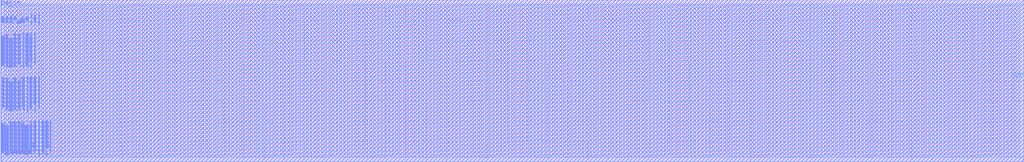
<source format=lef>
VERSION 5.7 ;
BUSBITCHARS "[]" ;
MACRO fakeram130_256x64
  FOREIGN fakeram130_256x64 0 0 ;
  SYMMETRY X Y ;
  SIZE 1010.160 BY 160.480 ;
  CLASS BLOCK ;
  PIN w_mask_in[0]
    DIRECTION INPUT ;
    USE SIGNAL ;
    SHAPE ABUTMENT ;
    PORT
      LAYER met3 ;
      RECT 0.000 4.370 0.460 4.830 ;
    END
  END w_mask_in[0]
  PIN w_mask_in[1]
    DIRECTION INPUT ;
    USE SIGNAL ;
    SHAPE ABUTMENT ;
    PORT
      LAYER met3 ;
      RECT 0.000 4.830 0.460 5.290 ;
    END
  END w_mask_in[1]
  PIN w_mask_in[2]
    DIRECTION INPUT ;
    USE SIGNAL ;
    SHAPE ABUTMENT ;
    PORT
      LAYER met3 ;
      RECT 0.000 5.290 0.460 5.750 ;
    END
  END w_mask_in[2]
  PIN w_mask_in[3]
    DIRECTION INPUT ;
    USE SIGNAL ;
    SHAPE ABUTMENT ;
    PORT
      LAYER met3 ;
      RECT 0.000 5.750 0.460 6.210 ;
    END
  END w_mask_in[3]
  PIN w_mask_in[4]
    DIRECTION INPUT ;
    USE SIGNAL ;
    SHAPE ABUTMENT ;
    PORT
      LAYER met3 ;
      RECT 0.000 6.210 0.460 6.670 ;
    END
  END w_mask_in[4]
  PIN w_mask_in[5]
    DIRECTION INPUT ;
    USE SIGNAL ;
    SHAPE ABUTMENT ;
    PORT
      LAYER met3 ;
      RECT 0.000 6.670 0.460 7.130 ;
    END
  END w_mask_in[5]
  PIN w_mask_in[6]
    DIRECTION INPUT ;
    USE SIGNAL ;
    SHAPE ABUTMENT ;
    PORT
      LAYER met3 ;
      RECT 0.000 7.130 0.460 7.590 ;
    END
  END w_mask_in[6]
  PIN w_mask_in[7]
    DIRECTION INPUT ;
    USE SIGNAL ;
    SHAPE ABUTMENT ;
    PORT
      LAYER met3 ;
      RECT 0.000 7.590 0.460 8.050 ;
    END
  END w_mask_in[7]
  PIN w_mask_in[8]
    DIRECTION INPUT ;
    USE SIGNAL ;
    SHAPE ABUTMENT ;
    PORT
      LAYER met3 ;
      RECT 0.000 8.050 0.460 8.510 ;
    END
  END w_mask_in[8]
  PIN w_mask_in[9]
    DIRECTION INPUT ;
    USE SIGNAL ;
    SHAPE ABUTMENT ;
    PORT
      LAYER met3 ;
      RECT 0.000 8.510 0.460 8.970 ;
    END
  END w_mask_in[9]
  PIN w_mask_in[10]
    DIRECTION INPUT ;
    USE SIGNAL ;
    SHAPE ABUTMENT ;
    PORT
      LAYER met3 ;
      RECT 0.000 8.970 0.460 9.430 ;
    END
  END w_mask_in[10]
  PIN w_mask_in[11]
    DIRECTION INPUT ;
    USE SIGNAL ;
    SHAPE ABUTMENT ;
    PORT
      LAYER met3 ;
      RECT 0.000 9.430 0.460 9.890 ;
    END
  END w_mask_in[11]
  PIN w_mask_in[12]
    DIRECTION INPUT ;
    USE SIGNAL ;
    SHAPE ABUTMENT ;
    PORT
      LAYER met3 ;
      RECT 0.000 9.890 0.460 10.350 ;
    END
  END w_mask_in[12]
  PIN w_mask_in[13]
    DIRECTION INPUT ;
    USE SIGNAL ;
    SHAPE ABUTMENT ;
    PORT
      LAYER met3 ;
      RECT 0.000 10.350 0.460 10.810 ;
    END
  END w_mask_in[13]
  PIN w_mask_in[14]
    DIRECTION INPUT ;
    USE SIGNAL ;
    SHAPE ABUTMENT ;
    PORT
      LAYER met3 ;
      RECT 0.000 10.810 0.460 11.270 ;
    END
  END w_mask_in[14]
  PIN w_mask_in[15]
    DIRECTION INPUT ;
    USE SIGNAL ;
    SHAPE ABUTMENT ;
    PORT
      LAYER met3 ;
      RECT 0.000 11.270 0.460 11.730 ;
    END
  END w_mask_in[15]
  PIN w_mask_in[16]
    DIRECTION INPUT ;
    USE SIGNAL ;
    SHAPE ABUTMENT ;
    PORT
      LAYER met3 ;
      RECT 0.000 11.730 0.460 12.190 ;
    END
  END w_mask_in[16]
  PIN w_mask_in[17]
    DIRECTION INPUT ;
    USE SIGNAL ;
    SHAPE ABUTMENT ;
    PORT
      LAYER met3 ;
      RECT 0.000 12.190 0.460 12.650 ;
    END
  END w_mask_in[17]
  PIN w_mask_in[18]
    DIRECTION INPUT ;
    USE SIGNAL ;
    SHAPE ABUTMENT ;
    PORT
      LAYER met3 ;
      RECT 0.000 12.650 0.460 13.110 ;
    END
  END w_mask_in[18]
  PIN w_mask_in[19]
    DIRECTION INPUT ;
    USE SIGNAL ;
    SHAPE ABUTMENT ;
    PORT
      LAYER met3 ;
      RECT 0.000 13.110 0.460 13.570 ;
    END
  END w_mask_in[19]
  PIN w_mask_in[20]
    DIRECTION INPUT ;
    USE SIGNAL ;
    SHAPE ABUTMENT ;
    PORT
      LAYER met3 ;
      RECT 0.000 13.570 0.460 14.030 ;
    END
  END w_mask_in[20]
  PIN w_mask_in[21]
    DIRECTION INPUT ;
    USE SIGNAL ;
    SHAPE ABUTMENT ;
    PORT
      LAYER met3 ;
      RECT 0.000 14.030 0.460 14.490 ;
    END
  END w_mask_in[21]
  PIN w_mask_in[22]
    DIRECTION INPUT ;
    USE SIGNAL ;
    SHAPE ABUTMENT ;
    PORT
      LAYER met3 ;
      RECT 0.000 14.490 0.460 14.950 ;
    END
  END w_mask_in[22]
  PIN w_mask_in[23]
    DIRECTION INPUT ;
    USE SIGNAL ;
    SHAPE ABUTMENT ;
    PORT
      LAYER met3 ;
      RECT 0.000 14.950 0.460 15.410 ;
    END
  END w_mask_in[23]
  PIN w_mask_in[24]
    DIRECTION INPUT ;
    USE SIGNAL ;
    SHAPE ABUTMENT ;
    PORT
      LAYER met3 ;
      RECT 0.000 15.410 0.460 15.870 ;
    END
  END w_mask_in[24]
  PIN w_mask_in[25]
    DIRECTION INPUT ;
    USE SIGNAL ;
    SHAPE ABUTMENT ;
    PORT
      LAYER met3 ;
      RECT 0.000 15.870 0.460 16.330 ;
    END
  END w_mask_in[25]
  PIN w_mask_in[26]
    DIRECTION INPUT ;
    USE SIGNAL ;
    SHAPE ABUTMENT ;
    PORT
      LAYER met3 ;
      RECT 0.000 16.330 0.460 16.790 ;
    END
  END w_mask_in[26]
  PIN w_mask_in[27]
    DIRECTION INPUT ;
    USE SIGNAL ;
    SHAPE ABUTMENT ;
    PORT
      LAYER met3 ;
      RECT 0.000 16.790 0.460 17.250 ;
    END
  END w_mask_in[27]
  PIN w_mask_in[28]
    DIRECTION INPUT ;
    USE SIGNAL ;
    SHAPE ABUTMENT ;
    PORT
      LAYER met3 ;
      RECT 0.000 17.250 0.460 17.710 ;
    END
  END w_mask_in[28]
  PIN w_mask_in[29]
    DIRECTION INPUT ;
    USE SIGNAL ;
    SHAPE ABUTMENT ;
    PORT
      LAYER met3 ;
      RECT 0.000 17.710 0.460 18.170 ;
    END
  END w_mask_in[29]
  PIN w_mask_in[30]
    DIRECTION INPUT ;
    USE SIGNAL ;
    SHAPE ABUTMENT ;
    PORT
      LAYER met3 ;
      RECT 0.000 18.170 0.460 18.630 ;
    END
  END w_mask_in[30]
  PIN w_mask_in[31]
    DIRECTION INPUT ;
    USE SIGNAL ;
    SHAPE ABUTMENT ;
    PORT
      LAYER met3 ;
      RECT 0.000 18.630 0.460 19.090 ;
    END
  END w_mask_in[31]
  PIN w_mask_in[32]
    DIRECTION INPUT ;
    USE SIGNAL ;
    SHAPE ABUTMENT ;
    PORT
      LAYER met3 ;
      RECT 0.000 19.090 0.460 19.550 ;
    END
  END w_mask_in[32]
  PIN w_mask_in[33]
    DIRECTION INPUT ;
    USE SIGNAL ;
    SHAPE ABUTMENT ;
    PORT
      LAYER met3 ;
      RECT 0.000 19.550 0.460 20.010 ;
    END
  END w_mask_in[33]
  PIN w_mask_in[34]
    DIRECTION INPUT ;
    USE SIGNAL ;
    SHAPE ABUTMENT ;
    PORT
      LAYER met3 ;
      RECT 0.000 20.010 0.460 20.470 ;
    END
  END w_mask_in[34]
  PIN w_mask_in[35]
    DIRECTION INPUT ;
    USE SIGNAL ;
    SHAPE ABUTMENT ;
    PORT
      LAYER met3 ;
      RECT 0.000 20.470 0.460 20.930 ;
    END
  END w_mask_in[35]
  PIN w_mask_in[36]
    DIRECTION INPUT ;
    USE SIGNAL ;
    SHAPE ABUTMENT ;
    PORT
      LAYER met3 ;
      RECT 0.000 20.930 0.460 21.390 ;
    END
  END w_mask_in[36]
  PIN w_mask_in[37]
    DIRECTION INPUT ;
    USE SIGNAL ;
    SHAPE ABUTMENT ;
    PORT
      LAYER met3 ;
      RECT 0.000 21.390 0.460 21.850 ;
    END
  END w_mask_in[37]
  PIN w_mask_in[38]
    DIRECTION INPUT ;
    USE SIGNAL ;
    SHAPE ABUTMENT ;
    PORT
      LAYER met3 ;
      RECT 0.000 21.850 0.460 22.310 ;
    END
  END w_mask_in[38]
  PIN w_mask_in[39]
    DIRECTION INPUT ;
    USE SIGNAL ;
    SHAPE ABUTMENT ;
    PORT
      LAYER met3 ;
      RECT 0.000 22.310 0.460 22.770 ;
    END
  END w_mask_in[39]
  PIN w_mask_in[40]
    DIRECTION INPUT ;
    USE SIGNAL ;
    SHAPE ABUTMENT ;
    PORT
      LAYER met3 ;
      RECT 0.000 22.770 0.460 23.230 ;
    END
  END w_mask_in[40]
  PIN w_mask_in[41]
    DIRECTION INPUT ;
    USE SIGNAL ;
    SHAPE ABUTMENT ;
    PORT
      LAYER met3 ;
      RECT 0.000 23.230 0.460 23.690 ;
    END
  END w_mask_in[41]
  PIN w_mask_in[42]
    DIRECTION INPUT ;
    USE SIGNAL ;
    SHAPE ABUTMENT ;
    PORT
      LAYER met3 ;
      RECT 0.000 23.690 0.460 24.150 ;
    END
  END w_mask_in[42]
  PIN w_mask_in[43]
    DIRECTION INPUT ;
    USE SIGNAL ;
    SHAPE ABUTMENT ;
    PORT
      LAYER met3 ;
      RECT 0.000 24.150 0.460 24.610 ;
    END
  END w_mask_in[43]
  PIN w_mask_in[44]
    DIRECTION INPUT ;
    USE SIGNAL ;
    SHAPE ABUTMENT ;
    PORT
      LAYER met3 ;
      RECT 0.000 24.610 0.460 25.070 ;
    END
  END w_mask_in[44]
  PIN w_mask_in[45]
    DIRECTION INPUT ;
    USE SIGNAL ;
    SHAPE ABUTMENT ;
    PORT
      LAYER met3 ;
      RECT 0.000 25.070 0.460 25.530 ;
    END
  END w_mask_in[45]
  PIN w_mask_in[46]
    DIRECTION INPUT ;
    USE SIGNAL ;
    SHAPE ABUTMENT ;
    PORT
      LAYER met3 ;
      RECT 0.000 25.530 0.460 25.990 ;
    END
  END w_mask_in[46]
  PIN w_mask_in[47]
    DIRECTION INPUT ;
    USE SIGNAL ;
    SHAPE ABUTMENT ;
    PORT
      LAYER met3 ;
      RECT 0.000 25.990 0.460 26.450 ;
    END
  END w_mask_in[47]
  PIN w_mask_in[48]
    DIRECTION INPUT ;
    USE SIGNAL ;
    SHAPE ABUTMENT ;
    PORT
      LAYER met3 ;
      RECT 0.000 26.450 0.460 26.910 ;
    END
  END w_mask_in[48]
  PIN w_mask_in[49]
    DIRECTION INPUT ;
    USE SIGNAL ;
    SHAPE ABUTMENT ;
    PORT
      LAYER met3 ;
      RECT 0.000 26.910 0.460 27.370 ;
    END
  END w_mask_in[49]
  PIN w_mask_in[50]
    DIRECTION INPUT ;
    USE SIGNAL ;
    SHAPE ABUTMENT ;
    PORT
      LAYER met3 ;
      RECT 0.000 27.370 0.460 27.830 ;
    END
  END w_mask_in[50]
  PIN w_mask_in[51]
    DIRECTION INPUT ;
    USE SIGNAL ;
    SHAPE ABUTMENT ;
    PORT
      LAYER met3 ;
      RECT 0.000 27.830 0.460 28.290 ;
    END
  END w_mask_in[51]
  PIN w_mask_in[52]
    DIRECTION INPUT ;
    USE SIGNAL ;
    SHAPE ABUTMENT ;
    PORT
      LAYER met3 ;
      RECT 0.000 28.290 0.460 28.750 ;
    END
  END w_mask_in[52]
  PIN w_mask_in[53]
    DIRECTION INPUT ;
    USE SIGNAL ;
    SHAPE ABUTMENT ;
    PORT
      LAYER met3 ;
      RECT 0.000 28.750 0.460 29.210 ;
    END
  END w_mask_in[53]
  PIN w_mask_in[54]
    DIRECTION INPUT ;
    USE SIGNAL ;
    SHAPE ABUTMENT ;
    PORT
      LAYER met3 ;
      RECT 0.000 29.210 0.460 29.670 ;
    END
  END w_mask_in[54]
  PIN w_mask_in[55]
    DIRECTION INPUT ;
    USE SIGNAL ;
    SHAPE ABUTMENT ;
    PORT
      LAYER met3 ;
      RECT 0.000 29.670 0.460 30.130 ;
    END
  END w_mask_in[55]
  PIN w_mask_in[56]
    DIRECTION INPUT ;
    USE SIGNAL ;
    SHAPE ABUTMENT ;
    PORT
      LAYER met3 ;
      RECT 0.000 30.130 0.460 30.590 ;
    END
  END w_mask_in[56]
  PIN w_mask_in[57]
    DIRECTION INPUT ;
    USE SIGNAL ;
    SHAPE ABUTMENT ;
    PORT
      LAYER met3 ;
      RECT 0.000 30.590 0.460 31.050 ;
    END
  END w_mask_in[57]
  PIN w_mask_in[58]
    DIRECTION INPUT ;
    USE SIGNAL ;
    SHAPE ABUTMENT ;
    PORT
      LAYER met3 ;
      RECT 0.000 31.050 0.460 31.510 ;
    END
  END w_mask_in[58]
  PIN w_mask_in[59]
    DIRECTION INPUT ;
    USE SIGNAL ;
    SHAPE ABUTMENT ;
    PORT
      LAYER met3 ;
      RECT 0.000 31.510 0.460 31.970 ;
    END
  END w_mask_in[59]
  PIN w_mask_in[60]
    DIRECTION INPUT ;
    USE SIGNAL ;
    SHAPE ABUTMENT ;
    PORT
      LAYER met3 ;
      RECT 0.000 31.970 0.460 32.430 ;
    END
  END w_mask_in[60]
  PIN w_mask_in[61]
    DIRECTION INPUT ;
    USE SIGNAL ;
    SHAPE ABUTMENT ;
    PORT
      LAYER met3 ;
      RECT 0.000 32.430 0.460 32.890 ;
    END
  END w_mask_in[61]
  PIN w_mask_in[62]
    DIRECTION INPUT ;
    USE SIGNAL ;
    SHAPE ABUTMENT ;
    PORT
      LAYER met3 ;
      RECT 0.000 32.890 0.460 33.350 ;
    END
  END w_mask_in[62]
  PIN w_mask_in[63]
    DIRECTION INPUT ;
    USE SIGNAL ;
    SHAPE ABUTMENT ;
    PORT
      LAYER met3 ;
      RECT 0.000 33.350 0.460 33.810 ;
    END
  END w_mask_in[63]
  PIN rd_out[0]
    DIRECTION OUTPUT ;
    USE SIGNAL ;
    SHAPE ABUTMENT ;
    PORT
      LAYER met3 ;
      RECT 0.000 47.610 0.460 48.070 ;
    END
  END rd_out[0]
  PIN rd_out[1]
    DIRECTION OUTPUT ;
    USE SIGNAL ;
    SHAPE ABUTMENT ;
    PORT
      LAYER met3 ;
      RECT 0.000 48.070 0.460 48.530 ;
    END
  END rd_out[1]
  PIN rd_out[2]
    DIRECTION OUTPUT ;
    USE SIGNAL ;
    SHAPE ABUTMENT ;
    PORT
      LAYER met3 ;
      RECT 0.000 48.530 0.460 48.990 ;
    END
  END rd_out[2]
  PIN rd_out[3]
    DIRECTION OUTPUT ;
    USE SIGNAL ;
    SHAPE ABUTMENT ;
    PORT
      LAYER met3 ;
      RECT 0.000 48.990 0.460 49.450 ;
    END
  END rd_out[3]
  PIN rd_out[4]
    DIRECTION OUTPUT ;
    USE SIGNAL ;
    SHAPE ABUTMENT ;
    PORT
      LAYER met3 ;
      RECT 0.000 49.450 0.460 49.910 ;
    END
  END rd_out[4]
  PIN rd_out[5]
    DIRECTION OUTPUT ;
    USE SIGNAL ;
    SHAPE ABUTMENT ;
    PORT
      LAYER met3 ;
      RECT 0.000 49.910 0.460 50.370 ;
    END
  END rd_out[5]
  PIN rd_out[6]
    DIRECTION OUTPUT ;
    USE SIGNAL ;
    SHAPE ABUTMENT ;
    PORT
      LAYER met3 ;
      RECT 0.000 50.370 0.460 50.830 ;
    END
  END rd_out[6]
  PIN rd_out[7]
    DIRECTION OUTPUT ;
    USE SIGNAL ;
    SHAPE ABUTMENT ;
    PORT
      LAYER met3 ;
      RECT 0.000 50.830 0.460 51.290 ;
    END
  END rd_out[7]
  PIN rd_out[8]
    DIRECTION OUTPUT ;
    USE SIGNAL ;
    SHAPE ABUTMENT ;
    PORT
      LAYER met3 ;
      RECT 0.000 51.290 0.460 51.750 ;
    END
  END rd_out[8]
  PIN rd_out[9]
    DIRECTION OUTPUT ;
    USE SIGNAL ;
    SHAPE ABUTMENT ;
    PORT
      LAYER met3 ;
      RECT 0.000 51.750 0.460 52.210 ;
    END
  END rd_out[9]
  PIN rd_out[10]
    DIRECTION OUTPUT ;
    USE SIGNAL ;
    SHAPE ABUTMENT ;
    PORT
      LAYER met3 ;
      RECT 0.000 52.210 0.460 52.670 ;
    END
  END rd_out[10]
  PIN rd_out[11]
    DIRECTION OUTPUT ;
    USE SIGNAL ;
    SHAPE ABUTMENT ;
    PORT
      LAYER met3 ;
      RECT 0.000 52.670 0.460 53.130 ;
    END
  END rd_out[11]
  PIN rd_out[12]
    DIRECTION OUTPUT ;
    USE SIGNAL ;
    SHAPE ABUTMENT ;
    PORT
      LAYER met3 ;
      RECT 0.000 53.130 0.460 53.590 ;
    END
  END rd_out[12]
  PIN rd_out[13]
    DIRECTION OUTPUT ;
    USE SIGNAL ;
    SHAPE ABUTMENT ;
    PORT
      LAYER met3 ;
      RECT 0.000 53.590 0.460 54.050 ;
    END
  END rd_out[13]
  PIN rd_out[14]
    DIRECTION OUTPUT ;
    USE SIGNAL ;
    SHAPE ABUTMENT ;
    PORT
      LAYER met3 ;
      RECT 0.000 54.050 0.460 54.510 ;
    END
  END rd_out[14]
  PIN rd_out[15]
    DIRECTION OUTPUT ;
    USE SIGNAL ;
    SHAPE ABUTMENT ;
    PORT
      LAYER met3 ;
      RECT 0.000 54.510 0.460 54.970 ;
    END
  END rd_out[15]
  PIN rd_out[16]
    DIRECTION OUTPUT ;
    USE SIGNAL ;
    SHAPE ABUTMENT ;
    PORT
      LAYER met3 ;
      RECT 0.000 54.970 0.460 55.430 ;
    END
  END rd_out[16]
  PIN rd_out[17]
    DIRECTION OUTPUT ;
    USE SIGNAL ;
    SHAPE ABUTMENT ;
    PORT
      LAYER met3 ;
      RECT 0.000 55.430 0.460 55.890 ;
    END
  END rd_out[17]
  PIN rd_out[18]
    DIRECTION OUTPUT ;
    USE SIGNAL ;
    SHAPE ABUTMENT ;
    PORT
      LAYER met3 ;
      RECT 0.000 55.890 0.460 56.350 ;
    END
  END rd_out[18]
  PIN rd_out[19]
    DIRECTION OUTPUT ;
    USE SIGNAL ;
    SHAPE ABUTMENT ;
    PORT
      LAYER met3 ;
      RECT 0.000 56.350 0.460 56.810 ;
    END
  END rd_out[19]
  PIN rd_out[20]
    DIRECTION OUTPUT ;
    USE SIGNAL ;
    SHAPE ABUTMENT ;
    PORT
      LAYER met3 ;
      RECT 0.000 56.810 0.460 57.270 ;
    END
  END rd_out[20]
  PIN rd_out[21]
    DIRECTION OUTPUT ;
    USE SIGNAL ;
    SHAPE ABUTMENT ;
    PORT
      LAYER met3 ;
      RECT 0.000 57.270 0.460 57.730 ;
    END
  END rd_out[21]
  PIN rd_out[22]
    DIRECTION OUTPUT ;
    USE SIGNAL ;
    SHAPE ABUTMENT ;
    PORT
      LAYER met3 ;
      RECT 0.000 57.730 0.460 58.190 ;
    END
  END rd_out[22]
  PIN rd_out[23]
    DIRECTION OUTPUT ;
    USE SIGNAL ;
    SHAPE ABUTMENT ;
    PORT
      LAYER met3 ;
      RECT 0.000 58.190 0.460 58.650 ;
    END
  END rd_out[23]
  PIN rd_out[24]
    DIRECTION OUTPUT ;
    USE SIGNAL ;
    SHAPE ABUTMENT ;
    PORT
      LAYER met3 ;
      RECT 0.000 58.650 0.460 59.110 ;
    END
  END rd_out[24]
  PIN rd_out[25]
    DIRECTION OUTPUT ;
    USE SIGNAL ;
    SHAPE ABUTMENT ;
    PORT
      LAYER met3 ;
      RECT 0.000 59.110 0.460 59.570 ;
    END
  END rd_out[25]
  PIN rd_out[26]
    DIRECTION OUTPUT ;
    USE SIGNAL ;
    SHAPE ABUTMENT ;
    PORT
      LAYER met3 ;
      RECT 0.000 59.570 0.460 60.030 ;
    END
  END rd_out[26]
  PIN rd_out[27]
    DIRECTION OUTPUT ;
    USE SIGNAL ;
    SHAPE ABUTMENT ;
    PORT
      LAYER met3 ;
      RECT 0.000 60.030 0.460 60.490 ;
    END
  END rd_out[27]
  PIN rd_out[28]
    DIRECTION OUTPUT ;
    USE SIGNAL ;
    SHAPE ABUTMENT ;
    PORT
      LAYER met3 ;
      RECT 0.000 60.490 0.460 60.950 ;
    END
  END rd_out[28]
  PIN rd_out[29]
    DIRECTION OUTPUT ;
    USE SIGNAL ;
    SHAPE ABUTMENT ;
    PORT
      LAYER met3 ;
      RECT 0.000 60.950 0.460 61.410 ;
    END
  END rd_out[29]
  PIN rd_out[30]
    DIRECTION OUTPUT ;
    USE SIGNAL ;
    SHAPE ABUTMENT ;
    PORT
      LAYER met3 ;
      RECT 0.000 61.410 0.460 61.870 ;
    END
  END rd_out[30]
  PIN rd_out[31]
    DIRECTION OUTPUT ;
    USE SIGNAL ;
    SHAPE ABUTMENT ;
    PORT
      LAYER met3 ;
      RECT 0.000 61.870 0.460 62.330 ;
    END
  END rd_out[31]
  PIN rd_out[32]
    DIRECTION OUTPUT ;
    USE SIGNAL ;
    SHAPE ABUTMENT ;
    PORT
      LAYER met3 ;
      RECT 0.000 62.330 0.460 62.790 ;
    END
  END rd_out[32]
  PIN rd_out[33]
    DIRECTION OUTPUT ;
    USE SIGNAL ;
    SHAPE ABUTMENT ;
    PORT
      LAYER met3 ;
      RECT 0.000 62.790 0.460 63.250 ;
    END
  END rd_out[33]
  PIN rd_out[34]
    DIRECTION OUTPUT ;
    USE SIGNAL ;
    SHAPE ABUTMENT ;
    PORT
      LAYER met3 ;
      RECT 0.000 63.250 0.460 63.710 ;
    END
  END rd_out[34]
  PIN rd_out[35]
    DIRECTION OUTPUT ;
    USE SIGNAL ;
    SHAPE ABUTMENT ;
    PORT
      LAYER met3 ;
      RECT 0.000 63.710 0.460 64.170 ;
    END
  END rd_out[35]
  PIN rd_out[36]
    DIRECTION OUTPUT ;
    USE SIGNAL ;
    SHAPE ABUTMENT ;
    PORT
      LAYER met3 ;
      RECT 0.000 64.170 0.460 64.630 ;
    END
  END rd_out[36]
  PIN rd_out[37]
    DIRECTION OUTPUT ;
    USE SIGNAL ;
    SHAPE ABUTMENT ;
    PORT
      LAYER met3 ;
      RECT 0.000 64.630 0.460 65.090 ;
    END
  END rd_out[37]
  PIN rd_out[38]
    DIRECTION OUTPUT ;
    USE SIGNAL ;
    SHAPE ABUTMENT ;
    PORT
      LAYER met3 ;
      RECT 0.000 65.090 0.460 65.550 ;
    END
  END rd_out[38]
  PIN rd_out[39]
    DIRECTION OUTPUT ;
    USE SIGNAL ;
    SHAPE ABUTMENT ;
    PORT
      LAYER met3 ;
      RECT 0.000 65.550 0.460 66.010 ;
    END
  END rd_out[39]
  PIN rd_out[40]
    DIRECTION OUTPUT ;
    USE SIGNAL ;
    SHAPE ABUTMENT ;
    PORT
      LAYER met3 ;
      RECT 0.000 66.010 0.460 66.470 ;
    END
  END rd_out[40]
  PIN rd_out[41]
    DIRECTION OUTPUT ;
    USE SIGNAL ;
    SHAPE ABUTMENT ;
    PORT
      LAYER met3 ;
      RECT 0.000 66.470 0.460 66.930 ;
    END
  END rd_out[41]
  PIN rd_out[42]
    DIRECTION OUTPUT ;
    USE SIGNAL ;
    SHAPE ABUTMENT ;
    PORT
      LAYER met3 ;
      RECT 0.000 66.930 0.460 67.390 ;
    END
  END rd_out[42]
  PIN rd_out[43]
    DIRECTION OUTPUT ;
    USE SIGNAL ;
    SHAPE ABUTMENT ;
    PORT
      LAYER met3 ;
      RECT 0.000 67.390 0.460 67.850 ;
    END
  END rd_out[43]
  PIN rd_out[44]
    DIRECTION OUTPUT ;
    USE SIGNAL ;
    SHAPE ABUTMENT ;
    PORT
      LAYER met3 ;
      RECT 0.000 67.850 0.460 68.310 ;
    END
  END rd_out[44]
  PIN rd_out[45]
    DIRECTION OUTPUT ;
    USE SIGNAL ;
    SHAPE ABUTMENT ;
    PORT
      LAYER met3 ;
      RECT 0.000 68.310 0.460 68.770 ;
    END
  END rd_out[45]
  PIN rd_out[46]
    DIRECTION OUTPUT ;
    USE SIGNAL ;
    SHAPE ABUTMENT ;
    PORT
      LAYER met3 ;
      RECT 0.000 68.770 0.460 69.230 ;
    END
  END rd_out[46]
  PIN rd_out[47]
    DIRECTION OUTPUT ;
    USE SIGNAL ;
    SHAPE ABUTMENT ;
    PORT
      LAYER met3 ;
      RECT 0.000 69.230 0.460 69.690 ;
    END
  END rd_out[47]
  PIN rd_out[48]
    DIRECTION OUTPUT ;
    USE SIGNAL ;
    SHAPE ABUTMENT ;
    PORT
      LAYER met3 ;
      RECT 0.000 69.690 0.460 70.150 ;
    END
  END rd_out[48]
  PIN rd_out[49]
    DIRECTION OUTPUT ;
    USE SIGNAL ;
    SHAPE ABUTMENT ;
    PORT
      LAYER met3 ;
      RECT 0.000 70.150 0.460 70.610 ;
    END
  END rd_out[49]
  PIN rd_out[50]
    DIRECTION OUTPUT ;
    USE SIGNAL ;
    SHAPE ABUTMENT ;
    PORT
      LAYER met3 ;
      RECT 0.000 70.610 0.460 71.070 ;
    END
  END rd_out[50]
  PIN rd_out[51]
    DIRECTION OUTPUT ;
    USE SIGNAL ;
    SHAPE ABUTMENT ;
    PORT
      LAYER met3 ;
      RECT 0.000 71.070 0.460 71.530 ;
    END
  END rd_out[51]
  PIN rd_out[52]
    DIRECTION OUTPUT ;
    USE SIGNAL ;
    SHAPE ABUTMENT ;
    PORT
      LAYER met3 ;
      RECT 0.000 71.530 0.460 71.990 ;
    END
  END rd_out[52]
  PIN rd_out[53]
    DIRECTION OUTPUT ;
    USE SIGNAL ;
    SHAPE ABUTMENT ;
    PORT
      LAYER met3 ;
      RECT 0.000 71.990 0.460 72.450 ;
    END
  END rd_out[53]
  PIN rd_out[54]
    DIRECTION OUTPUT ;
    USE SIGNAL ;
    SHAPE ABUTMENT ;
    PORT
      LAYER met3 ;
      RECT 0.000 72.450 0.460 72.910 ;
    END
  END rd_out[54]
  PIN rd_out[55]
    DIRECTION OUTPUT ;
    USE SIGNAL ;
    SHAPE ABUTMENT ;
    PORT
      LAYER met3 ;
      RECT 0.000 72.910 0.460 73.370 ;
    END
  END rd_out[55]
  PIN rd_out[56]
    DIRECTION OUTPUT ;
    USE SIGNAL ;
    SHAPE ABUTMENT ;
    PORT
      LAYER met3 ;
      RECT 0.000 73.370 0.460 73.830 ;
    END
  END rd_out[56]
  PIN rd_out[57]
    DIRECTION OUTPUT ;
    USE SIGNAL ;
    SHAPE ABUTMENT ;
    PORT
      LAYER met3 ;
      RECT 0.000 73.830 0.460 74.290 ;
    END
  END rd_out[57]
  PIN rd_out[58]
    DIRECTION OUTPUT ;
    USE SIGNAL ;
    SHAPE ABUTMENT ;
    PORT
      LAYER met3 ;
      RECT 0.000 74.290 0.460 74.750 ;
    END
  END rd_out[58]
  PIN rd_out[59]
    DIRECTION OUTPUT ;
    USE SIGNAL ;
    SHAPE ABUTMENT ;
    PORT
      LAYER met3 ;
      RECT 0.000 74.750 0.460 75.210 ;
    END
  END rd_out[59]
  PIN rd_out[60]
    DIRECTION OUTPUT ;
    USE SIGNAL ;
    SHAPE ABUTMENT ;
    PORT
      LAYER met3 ;
      RECT 0.000 75.210 0.460 75.670 ;
    END
  END rd_out[60]
  PIN rd_out[61]
    DIRECTION OUTPUT ;
    USE SIGNAL ;
    SHAPE ABUTMENT ;
    PORT
      LAYER met3 ;
      RECT 0.000 75.670 0.460 76.130 ;
    END
  END rd_out[61]
  PIN rd_out[62]
    DIRECTION OUTPUT ;
    USE SIGNAL ;
    SHAPE ABUTMENT ;
    PORT
      LAYER met3 ;
      RECT 0.000 76.130 0.460 76.590 ;
    END
  END rd_out[62]
  PIN rd_out[63]
    DIRECTION OUTPUT ;
    USE SIGNAL ;
    SHAPE ABUTMENT ;
    PORT
      LAYER met3 ;
      RECT 0.000 76.590 0.460 77.050 ;
    END
  END rd_out[63]
  PIN wd_in[0]
    DIRECTION INPUT ;
    USE SIGNAL ;
    SHAPE ABUTMENT ;
    PORT
      LAYER met3 ;
      RECT 0.000 90.850 0.460 91.310 ;
    END
  END wd_in[0]
  PIN wd_in[1]
    DIRECTION INPUT ;
    USE SIGNAL ;
    SHAPE ABUTMENT ;
    PORT
      LAYER met3 ;
      RECT 0.000 91.310 0.460 91.770 ;
    END
  END wd_in[1]
  PIN wd_in[2]
    DIRECTION INPUT ;
    USE SIGNAL ;
    SHAPE ABUTMENT ;
    PORT
      LAYER met3 ;
      RECT 0.000 91.770 0.460 92.230 ;
    END
  END wd_in[2]
  PIN wd_in[3]
    DIRECTION INPUT ;
    USE SIGNAL ;
    SHAPE ABUTMENT ;
    PORT
      LAYER met3 ;
      RECT 0.000 92.230 0.460 92.690 ;
    END
  END wd_in[3]
  PIN wd_in[4]
    DIRECTION INPUT ;
    USE SIGNAL ;
    SHAPE ABUTMENT ;
    PORT
      LAYER met3 ;
      RECT 0.000 92.690 0.460 93.150 ;
    END
  END wd_in[4]
  PIN wd_in[5]
    DIRECTION INPUT ;
    USE SIGNAL ;
    SHAPE ABUTMENT ;
    PORT
      LAYER met3 ;
      RECT 0.000 93.150 0.460 93.610 ;
    END
  END wd_in[5]
  PIN wd_in[6]
    DIRECTION INPUT ;
    USE SIGNAL ;
    SHAPE ABUTMENT ;
    PORT
      LAYER met3 ;
      RECT 0.000 93.610 0.460 94.070 ;
    END
  END wd_in[6]
  PIN wd_in[7]
    DIRECTION INPUT ;
    USE SIGNAL ;
    SHAPE ABUTMENT ;
    PORT
      LAYER met3 ;
      RECT 0.000 94.070 0.460 94.530 ;
    END
  END wd_in[7]
  PIN wd_in[8]
    DIRECTION INPUT ;
    USE SIGNAL ;
    SHAPE ABUTMENT ;
    PORT
      LAYER met3 ;
      RECT 0.000 94.530 0.460 94.990 ;
    END
  END wd_in[8]
  PIN wd_in[9]
    DIRECTION INPUT ;
    USE SIGNAL ;
    SHAPE ABUTMENT ;
    PORT
      LAYER met3 ;
      RECT 0.000 94.990 0.460 95.450 ;
    END
  END wd_in[9]
  PIN wd_in[10]
    DIRECTION INPUT ;
    USE SIGNAL ;
    SHAPE ABUTMENT ;
    PORT
      LAYER met3 ;
      RECT 0.000 95.450 0.460 95.910 ;
    END
  END wd_in[10]
  PIN wd_in[11]
    DIRECTION INPUT ;
    USE SIGNAL ;
    SHAPE ABUTMENT ;
    PORT
      LAYER met3 ;
      RECT 0.000 95.910 0.460 96.370 ;
    END
  END wd_in[11]
  PIN wd_in[12]
    DIRECTION INPUT ;
    USE SIGNAL ;
    SHAPE ABUTMENT ;
    PORT
      LAYER met3 ;
      RECT 0.000 96.370 0.460 96.830 ;
    END
  END wd_in[12]
  PIN wd_in[13]
    DIRECTION INPUT ;
    USE SIGNAL ;
    SHAPE ABUTMENT ;
    PORT
      LAYER met3 ;
      RECT 0.000 96.830 0.460 97.290 ;
    END
  END wd_in[13]
  PIN wd_in[14]
    DIRECTION INPUT ;
    USE SIGNAL ;
    SHAPE ABUTMENT ;
    PORT
      LAYER met3 ;
      RECT 0.000 97.290 0.460 97.750 ;
    END
  END wd_in[14]
  PIN wd_in[15]
    DIRECTION INPUT ;
    USE SIGNAL ;
    SHAPE ABUTMENT ;
    PORT
      LAYER met3 ;
      RECT 0.000 97.750 0.460 98.210 ;
    END
  END wd_in[15]
  PIN wd_in[16]
    DIRECTION INPUT ;
    USE SIGNAL ;
    SHAPE ABUTMENT ;
    PORT
      LAYER met3 ;
      RECT 0.000 98.210 0.460 98.670 ;
    END
  END wd_in[16]
  PIN wd_in[17]
    DIRECTION INPUT ;
    USE SIGNAL ;
    SHAPE ABUTMENT ;
    PORT
      LAYER met3 ;
      RECT 0.000 98.670 0.460 99.130 ;
    END
  END wd_in[17]
  PIN wd_in[18]
    DIRECTION INPUT ;
    USE SIGNAL ;
    SHAPE ABUTMENT ;
    PORT
      LAYER met3 ;
      RECT 0.000 99.130 0.460 99.590 ;
    END
  END wd_in[18]
  PIN wd_in[19]
    DIRECTION INPUT ;
    USE SIGNAL ;
    SHAPE ABUTMENT ;
    PORT
      LAYER met3 ;
      RECT 0.000 99.590 0.460 100.050 ;
    END
  END wd_in[19]
  PIN wd_in[20]
    DIRECTION INPUT ;
    USE SIGNAL ;
    SHAPE ABUTMENT ;
    PORT
      LAYER met3 ;
      RECT 0.000 100.050 0.460 100.510 ;
    END
  END wd_in[20]
  PIN wd_in[21]
    DIRECTION INPUT ;
    USE SIGNAL ;
    SHAPE ABUTMENT ;
    PORT
      LAYER met3 ;
      RECT 0.000 100.510 0.460 100.970 ;
    END
  END wd_in[21]
  PIN wd_in[22]
    DIRECTION INPUT ;
    USE SIGNAL ;
    SHAPE ABUTMENT ;
    PORT
      LAYER met3 ;
      RECT 0.000 100.970 0.460 101.430 ;
    END
  END wd_in[22]
  PIN wd_in[23]
    DIRECTION INPUT ;
    USE SIGNAL ;
    SHAPE ABUTMENT ;
    PORT
      LAYER met3 ;
      RECT 0.000 101.430 0.460 101.890 ;
    END
  END wd_in[23]
  PIN wd_in[24]
    DIRECTION INPUT ;
    USE SIGNAL ;
    SHAPE ABUTMENT ;
    PORT
      LAYER met3 ;
      RECT 0.000 101.890 0.460 102.350 ;
    END
  END wd_in[24]
  PIN wd_in[25]
    DIRECTION INPUT ;
    USE SIGNAL ;
    SHAPE ABUTMENT ;
    PORT
      LAYER met3 ;
      RECT 0.000 102.350 0.460 102.810 ;
    END
  END wd_in[25]
  PIN wd_in[26]
    DIRECTION INPUT ;
    USE SIGNAL ;
    SHAPE ABUTMENT ;
    PORT
      LAYER met3 ;
      RECT 0.000 102.810 0.460 103.270 ;
    END
  END wd_in[26]
  PIN wd_in[27]
    DIRECTION INPUT ;
    USE SIGNAL ;
    SHAPE ABUTMENT ;
    PORT
      LAYER met3 ;
      RECT 0.000 103.270 0.460 103.730 ;
    END
  END wd_in[27]
  PIN wd_in[28]
    DIRECTION INPUT ;
    USE SIGNAL ;
    SHAPE ABUTMENT ;
    PORT
      LAYER met3 ;
      RECT 0.000 103.730 0.460 104.190 ;
    END
  END wd_in[28]
  PIN wd_in[29]
    DIRECTION INPUT ;
    USE SIGNAL ;
    SHAPE ABUTMENT ;
    PORT
      LAYER met3 ;
      RECT 0.000 104.190 0.460 104.650 ;
    END
  END wd_in[29]
  PIN wd_in[30]
    DIRECTION INPUT ;
    USE SIGNAL ;
    SHAPE ABUTMENT ;
    PORT
      LAYER met3 ;
      RECT 0.000 104.650 0.460 105.110 ;
    END
  END wd_in[30]
  PIN wd_in[31]
    DIRECTION INPUT ;
    USE SIGNAL ;
    SHAPE ABUTMENT ;
    PORT
      LAYER met3 ;
      RECT 0.000 105.110 0.460 105.570 ;
    END
  END wd_in[31]
  PIN wd_in[32]
    DIRECTION INPUT ;
    USE SIGNAL ;
    SHAPE ABUTMENT ;
    PORT
      LAYER met3 ;
      RECT 0.000 105.570 0.460 106.030 ;
    END
  END wd_in[32]
  PIN wd_in[33]
    DIRECTION INPUT ;
    USE SIGNAL ;
    SHAPE ABUTMENT ;
    PORT
      LAYER met3 ;
      RECT 0.000 106.030 0.460 106.490 ;
    END
  END wd_in[33]
  PIN wd_in[34]
    DIRECTION INPUT ;
    USE SIGNAL ;
    SHAPE ABUTMENT ;
    PORT
      LAYER met3 ;
      RECT 0.000 106.490 0.460 106.950 ;
    END
  END wd_in[34]
  PIN wd_in[35]
    DIRECTION INPUT ;
    USE SIGNAL ;
    SHAPE ABUTMENT ;
    PORT
      LAYER met3 ;
      RECT 0.000 106.950 0.460 107.410 ;
    END
  END wd_in[35]
  PIN wd_in[36]
    DIRECTION INPUT ;
    USE SIGNAL ;
    SHAPE ABUTMENT ;
    PORT
      LAYER met3 ;
      RECT 0.000 107.410 0.460 107.870 ;
    END
  END wd_in[36]
  PIN wd_in[37]
    DIRECTION INPUT ;
    USE SIGNAL ;
    SHAPE ABUTMENT ;
    PORT
      LAYER met3 ;
      RECT 0.000 107.870 0.460 108.330 ;
    END
  END wd_in[37]
  PIN wd_in[38]
    DIRECTION INPUT ;
    USE SIGNAL ;
    SHAPE ABUTMENT ;
    PORT
      LAYER met3 ;
      RECT 0.000 108.330 0.460 108.790 ;
    END
  END wd_in[38]
  PIN wd_in[39]
    DIRECTION INPUT ;
    USE SIGNAL ;
    SHAPE ABUTMENT ;
    PORT
      LAYER met3 ;
      RECT 0.000 108.790 0.460 109.250 ;
    END
  END wd_in[39]
  PIN wd_in[40]
    DIRECTION INPUT ;
    USE SIGNAL ;
    SHAPE ABUTMENT ;
    PORT
      LAYER met3 ;
      RECT 0.000 109.250 0.460 109.710 ;
    END
  END wd_in[40]
  PIN wd_in[41]
    DIRECTION INPUT ;
    USE SIGNAL ;
    SHAPE ABUTMENT ;
    PORT
      LAYER met3 ;
      RECT 0.000 109.710 0.460 110.170 ;
    END
  END wd_in[41]
  PIN wd_in[42]
    DIRECTION INPUT ;
    USE SIGNAL ;
    SHAPE ABUTMENT ;
    PORT
      LAYER met3 ;
      RECT 0.000 110.170 0.460 110.630 ;
    END
  END wd_in[42]
  PIN wd_in[43]
    DIRECTION INPUT ;
    USE SIGNAL ;
    SHAPE ABUTMENT ;
    PORT
      LAYER met3 ;
      RECT 0.000 110.630 0.460 111.090 ;
    END
  END wd_in[43]
  PIN wd_in[44]
    DIRECTION INPUT ;
    USE SIGNAL ;
    SHAPE ABUTMENT ;
    PORT
      LAYER met3 ;
      RECT 0.000 111.090 0.460 111.550 ;
    END
  END wd_in[44]
  PIN wd_in[45]
    DIRECTION INPUT ;
    USE SIGNAL ;
    SHAPE ABUTMENT ;
    PORT
      LAYER met3 ;
      RECT 0.000 111.550 0.460 112.010 ;
    END
  END wd_in[45]
  PIN wd_in[46]
    DIRECTION INPUT ;
    USE SIGNAL ;
    SHAPE ABUTMENT ;
    PORT
      LAYER met3 ;
      RECT 0.000 112.010 0.460 112.470 ;
    END
  END wd_in[46]
  PIN wd_in[47]
    DIRECTION INPUT ;
    USE SIGNAL ;
    SHAPE ABUTMENT ;
    PORT
      LAYER met3 ;
      RECT 0.000 112.470 0.460 112.930 ;
    END
  END wd_in[47]
  PIN wd_in[48]
    DIRECTION INPUT ;
    USE SIGNAL ;
    SHAPE ABUTMENT ;
    PORT
      LAYER met3 ;
      RECT 0.000 112.930 0.460 113.390 ;
    END
  END wd_in[48]
  PIN wd_in[49]
    DIRECTION INPUT ;
    USE SIGNAL ;
    SHAPE ABUTMENT ;
    PORT
      LAYER met3 ;
      RECT 0.000 113.390 0.460 113.850 ;
    END
  END wd_in[49]
  PIN wd_in[50]
    DIRECTION INPUT ;
    USE SIGNAL ;
    SHAPE ABUTMENT ;
    PORT
      LAYER met3 ;
      RECT 0.000 113.850 0.460 114.310 ;
    END
  END wd_in[50]
  PIN wd_in[51]
    DIRECTION INPUT ;
    USE SIGNAL ;
    SHAPE ABUTMENT ;
    PORT
      LAYER met3 ;
      RECT 0.000 114.310 0.460 114.770 ;
    END
  END wd_in[51]
  PIN wd_in[52]
    DIRECTION INPUT ;
    USE SIGNAL ;
    SHAPE ABUTMENT ;
    PORT
      LAYER met3 ;
      RECT 0.000 114.770 0.460 115.230 ;
    END
  END wd_in[52]
  PIN wd_in[53]
    DIRECTION INPUT ;
    USE SIGNAL ;
    SHAPE ABUTMENT ;
    PORT
      LAYER met3 ;
      RECT 0.000 115.230 0.460 115.690 ;
    END
  END wd_in[53]
  PIN wd_in[54]
    DIRECTION INPUT ;
    USE SIGNAL ;
    SHAPE ABUTMENT ;
    PORT
      LAYER met3 ;
      RECT 0.000 115.690 0.460 116.150 ;
    END
  END wd_in[54]
  PIN wd_in[55]
    DIRECTION INPUT ;
    USE SIGNAL ;
    SHAPE ABUTMENT ;
    PORT
      LAYER met3 ;
      RECT 0.000 116.150 0.460 116.610 ;
    END
  END wd_in[55]
  PIN wd_in[56]
    DIRECTION INPUT ;
    USE SIGNAL ;
    SHAPE ABUTMENT ;
    PORT
      LAYER met3 ;
      RECT 0.000 116.610 0.460 117.070 ;
    END
  END wd_in[56]
  PIN wd_in[57]
    DIRECTION INPUT ;
    USE SIGNAL ;
    SHAPE ABUTMENT ;
    PORT
      LAYER met3 ;
      RECT 0.000 117.070 0.460 117.530 ;
    END
  END wd_in[57]
  PIN wd_in[58]
    DIRECTION INPUT ;
    USE SIGNAL ;
    SHAPE ABUTMENT ;
    PORT
      LAYER met3 ;
      RECT 0.000 117.530 0.460 117.990 ;
    END
  END wd_in[58]
  PIN wd_in[59]
    DIRECTION INPUT ;
    USE SIGNAL ;
    SHAPE ABUTMENT ;
    PORT
      LAYER met3 ;
      RECT 0.000 117.990 0.460 118.450 ;
    END
  END wd_in[59]
  PIN wd_in[60]
    DIRECTION INPUT ;
    USE SIGNAL ;
    SHAPE ABUTMENT ;
    PORT
      LAYER met3 ;
      RECT 0.000 118.450 0.460 118.910 ;
    END
  END wd_in[60]
  PIN wd_in[61]
    DIRECTION INPUT ;
    USE SIGNAL ;
    SHAPE ABUTMENT ;
    PORT
      LAYER met3 ;
      RECT 0.000 118.910 0.460 119.370 ;
    END
  END wd_in[61]
  PIN wd_in[62]
    DIRECTION INPUT ;
    USE SIGNAL ;
    SHAPE ABUTMENT ;
    PORT
      LAYER met3 ;
      RECT 0.000 119.370 0.460 119.830 ;
    END
  END wd_in[62]
  PIN wd_in[63]
    DIRECTION INPUT ;
    USE SIGNAL ;
    SHAPE ABUTMENT ;
    PORT
      LAYER met3 ;
      RECT 0.000 119.830 0.460 120.290 ;
    END
  END wd_in[63]
  PIN addr_in[0]
    DIRECTION INPUT ;
    USE SIGNAL ;
    SHAPE ABUTMENT ;
    PORT
      LAYER met3 ;
      RECT 0.000 134.090 0.460 134.550 ;
    END
  END addr_in[0]
  PIN addr_in[1]
    DIRECTION INPUT ;
    USE SIGNAL ;
    SHAPE ABUTMENT ;
    PORT
      LAYER met3 ;
      RECT 0.000 134.550 0.460 135.010 ;
    END
  END addr_in[1]
  PIN addr_in[2]
    DIRECTION INPUT ;
    USE SIGNAL ;
    SHAPE ABUTMENT ;
    PORT
      LAYER met3 ;
      RECT 0.000 135.010 0.460 135.470 ;
    END
  END addr_in[2]
  PIN addr_in[3]
    DIRECTION INPUT ;
    USE SIGNAL ;
    SHAPE ABUTMENT ;
    PORT
      LAYER met3 ;
      RECT 0.000 135.470 0.460 135.930 ;
    END
  END addr_in[3]
  PIN addr_in[4]
    DIRECTION INPUT ;
    USE SIGNAL ;
    SHAPE ABUTMENT ;
    PORT
      LAYER met3 ;
      RECT 0.000 135.930 0.460 136.390 ;
    END
  END addr_in[4]
  PIN addr_in[5]
    DIRECTION INPUT ;
    USE SIGNAL ;
    SHAPE ABUTMENT ;
    PORT
      LAYER met3 ;
      RECT 0.000 136.390 0.460 136.850 ;
    END
  END addr_in[5]
  PIN addr_in[6]
    DIRECTION INPUT ;
    USE SIGNAL ;
    SHAPE ABUTMENT ;
    PORT
      LAYER met3 ;
      RECT 0.000 136.850 0.460 137.310 ;
    END
  END addr_in[6]
  PIN addr_in[7]
    DIRECTION INPUT ;
    USE SIGNAL ;
    SHAPE ABUTMENT ;
    PORT
      LAYER met3 ;
      RECT 0.000 137.310 0.460 137.770 ;
    END
  END addr_in[7]
  PIN we_in
    DIRECTION INPUT ;
    USE SIGNAL ;
    SHAPE ABUTMENT ;
    PORT
      LAYER met3 ;
      RECT 0.000 151.570 0.460 152.030 ;
    END
  END we_in
  PIN ce_in
    DIRECTION INPUT ;
    USE SIGNAL ;
    SHAPE ABUTMENT ;
    PORT
      LAYER met3 ;
      RECT 0.000 152.030 0.460 152.490 ;
    END
  END ce_in
  PIN clk
    DIRECTION INPUT ;
    USE SIGNAL ;
    SHAPE ABUTMENT ;
    PORT
      LAYER met3 ;
      RECT 0.000 152.490 0.460 152.950 ;
    END
  END clk
  PIN VSS
    DIRECTION INOUT ;
    USE GROUND ;
    PORT
      LAYER met4 ;
      RECT 3.680 4.600 5.520 155.880 ;
      RECT 11.040 4.600 12.880 155.880 ;
      RECT 18.400 4.600 20.240 155.880 ;
      RECT 25.760 4.600 27.600 155.880 ;
      RECT 33.120 4.600 34.960 155.880 ;
      RECT 40.480 4.600 42.320 155.880 ;
      RECT 47.840 4.600 49.680 155.880 ;
      RECT 55.200 4.600 57.040 155.880 ;
      RECT 62.560 4.600 64.400 155.880 ;
      RECT 69.920 4.600 71.760 155.880 ;
      RECT 77.280 4.600 79.120 155.880 ;
      RECT 84.640 4.600 86.480 155.880 ;
      RECT 92.000 4.600 93.840 155.880 ;
      RECT 99.360 4.600 101.200 155.880 ;
      RECT 106.720 4.600 108.560 155.880 ;
      RECT 114.080 4.600 115.920 155.880 ;
      RECT 121.440 4.600 123.280 155.880 ;
      RECT 128.800 4.600 130.640 155.880 ;
      RECT 136.160 4.600 138.000 155.880 ;
      RECT 143.520 4.600 145.360 155.880 ;
      RECT 150.880 4.600 152.720 155.880 ;
      RECT 158.240 4.600 160.080 155.880 ;
      RECT 165.600 4.600 167.440 155.880 ;
      RECT 172.960 4.600 174.800 155.880 ;
      RECT 180.320 4.600 182.160 155.880 ;
      RECT 187.680 4.600 189.520 155.880 ;
      RECT 195.040 4.600 196.880 155.880 ;
      RECT 202.400 4.600 204.240 155.880 ;
      RECT 209.760 4.600 211.600 155.880 ;
      RECT 217.120 4.600 218.960 155.880 ;
      RECT 224.480 4.600 226.320 155.880 ;
      RECT 231.840 4.600 233.680 155.880 ;
      RECT 239.200 4.600 241.040 155.880 ;
      RECT 246.560 4.600 248.400 155.880 ;
      RECT 253.920 4.600 255.760 155.880 ;
      RECT 261.280 4.600 263.120 155.880 ;
      RECT 268.640 4.600 270.480 155.880 ;
      RECT 276.000 4.600 277.840 155.880 ;
      RECT 283.360 4.600 285.200 155.880 ;
      RECT 290.720 4.600 292.560 155.880 ;
      RECT 298.080 4.600 299.920 155.880 ;
      RECT 305.440 4.600 307.280 155.880 ;
      RECT 312.800 4.600 314.640 155.880 ;
      RECT 320.160 4.600 322.000 155.880 ;
      RECT 327.520 4.600 329.360 155.880 ;
      RECT 334.880 4.600 336.720 155.880 ;
      RECT 342.240 4.600 344.080 155.880 ;
      RECT 349.600 4.600 351.440 155.880 ;
      RECT 356.960 4.600 358.800 155.880 ;
      RECT 364.320 4.600 366.160 155.880 ;
      RECT 371.680 4.600 373.520 155.880 ;
      RECT 379.040 4.600 380.880 155.880 ;
      RECT 386.400 4.600 388.240 155.880 ;
      RECT 393.760 4.600 395.600 155.880 ;
      RECT 401.120 4.600 402.960 155.880 ;
      RECT 408.480 4.600 410.320 155.880 ;
      RECT 415.840 4.600 417.680 155.880 ;
      RECT 423.200 4.600 425.040 155.880 ;
      RECT 430.560 4.600 432.400 155.880 ;
      RECT 437.920 4.600 439.760 155.880 ;
      RECT 445.280 4.600 447.120 155.880 ;
      RECT 452.640 4.600 454.480 155.880 ;
      RECT 460.000 4.600 461.840 155.880 ;
      RECT 467.360 4.600 469.200 155.880 ;
      RECT 474.720 4.600 476.560 155.880 ;
      RECT 482.080 4.600 483.920 155.880 ;
      RECT 489.440 4.600 491.280 155.880 ;
      RECT 496.800 4.600 498.640 155.880 ;
      RECT 504.160 4.600 506.000 155.880 ;
      RECT 511.520 4.600 513.360 155.880 ;
      RECT 518.880 4.600 520.720 155.880 ;
      RECT 526.240 4.600 528.080 155.880 ;
      RECT 533.600 4.600 535.440 155.880 ;
      RECT 540.960 4.600 542.800 155.880 ;
      RECT 548.320 4.600 550.160 155.880 ;
      RECT 555.680 4.600 557.520 155.880 ;
      RECT 563.040 4.600 564.880 155.880 ;
      RECT 570.400 4.600 572.240 155.880 ;
      RECT 577.760 4.600 579.600 155.880 ;
      RECT 585.120 4.600 586.960 155.880 ;
      RECT 592.480 4.600 594.320 155.880 ;
      RECT 599.840 4.600 601.680 155.880 ;
      RECT 607.200 4.600 609.040 155.880 ;
      RECT 614.560 4.600 616.400 155.880 ;
      RECT 621.920 4.600 623.760 155.880 ;
      RECT 629.280 4.600 631.120 155.880 ;
      RECT 636.640 4.600 638.480 155.880 ;
      RECT 644.000 4.600 645.840 155.880 ;
      RECT 651.360 4.600 653.200 155.880 ;
      RECT 658.720 4.600 660.560 155.880 ;
      RECT 666.080 4.600 667.920 155.880 ;
      RECT 673.440 4.600 675.280 155.880 ;
      RECT 680.800 4.600 682.640 155.880 ;
      RECT 688.160 4.600 690.000 155.880 ;
      RECT 695.520 4.600 697.360 155.880 ;
      RECT 702.880 4.600 704.720 155.880 ;
      RECT 710.240 4.600 712.080 155.880 ;
      RECT 717.600 4.600 719.440 155.880 ;
      RECT 724.960 4.600 726.800 155.880 ;
      RECT 732.320 4.600 734.160 155.880 ;
      RECT 739.680 4.600 741.520 155.880 ;
      RECT 747.040 4.600 748.880 155.880 ;
      RECT 754.400 4.600 756.240 155.880 ;
      RECT 761.760 4.600 763.600 155.880 ;
      RECT 769.120 4.600 770.960 155.880 ;
      RECT 776.480 4.600 778.320 155.880 ;
      RECT 783.840 4.600 785.680 155.880 ;
      RECT 791.200 4.600 793.040 155.880 ;
      RECT 798.560 4.600 800.400 155.880 ;
      RECT 805.920 4.600 807.760 155.880 ;
      RECT 813.280 4.600 815.120 155.880 ;
      RECT 820.640 4.600 822.480 155.880 ;
      RECT 828.000 4.600 829.840 155.880 ;
      RECT 835.360 4.600 837.200 155.880 ;
      RECT 842.720 4.600 844.560 155.880 ;
      RECT 850.080 4.600 851.920 155.880 ;
      RECT 857.440 4.600 859.280 155.880 ;
      RECT 864.800 4.600 866.640 155.880 ;
      RECT 872.160 4.600 874.000 155.880 ;
      RECT 879.520 4.600 881.360 155.880 ;
      RECT 886.880 4.600 888.720 155.880 ;
      RECT 894.240 4.600 896.080 155.880 ;
      RECT 901.600 4.600 903.440 155.880 ;
      RECT 908.960 4.600 910.800 155.880 ;
      RECT 916.320 4.600 918.160 155.880 ;
      RECT 923.680 4.600 925.520 155.880 ;
      RECT 931.040 4.600 932.880 155.880 ;
      RECT 938.400 4.600 940.240 155.880 ;
      RECT 945.760 4.600 947.600 155.880 ;
      RECT 953.120 4.600 954.960 155.880 ;
      RECT 960.480 4.600 962.320 155.880 ;
      RECT 967.840 4.600 969.680 155.880 ;
      RECT 975.200 4.600 977.040 155.880 ;
      RECT 982.560 4.600 984.400 155.880 ;
      RECT 989.920 4.600 991.760 155.880 ;
      RECT 997.280 4.600 999.120 155.880 ;
    END
  END VSS
  PIN VDD
    DIRECTION INOUT ;
    USE POWER ;
    PORT
      LAYER met4 ;
      RECT 7.360 4.600 9.200 155.880 ;
      RECT 14.720 4.600 16.560 155.880 ;
      RECT 22.080 4.600 23.920 155.880 ;
      RECT 29.440 4.600 31.280 155.880 ;
      RECT 36.800 4.600 38.640 155.880 ;
      RECT 44.160 4.600 46.000 155.880 ;
      RECT 51.520 4.600 53.360 155.880 ;
      RECT 58.880 4.600 60.720 155.880 ;
      RECT 66.240 4.600 68.080 155.880 ;
      RECT 73.600 4.600 75.440 155.880 ;
      RECT 80.960 4.600 82.800 155.880 ;
      RECT 88.320 4.600 90.160 155.880 ;
      RECT 95.680 4.600 97.520 155.880 ;
      RECT 103.040 4.600 104.880 155.880 ;
      RECT 110.400 4.600 112.240 155.880 ;
      RECT 117.760 4.600 119.600 155.880 ;
      RECT 125.120 4.600 126.960 155.880 ;
      RECT 132.480 4.600 134.320 155.880 ;
      RECT 139.840 4.600 141.680 155.880 ;
      RECT 147.200 4.600 149.040 155.880 ;
      RECT 154.560 4.600 156.400 155.880 ;
      RECT 161.920 4.600 163.760 155.880 ;
      RECT 169.280 4.600 171.120 155.880 ;
      RECT 176.640 4.600 178.480 155.880 ;
      RECT 184.000 4.600 185.840 155.880 ;
      RECT 191.360 4.600 193.200 155.880 ;
      RECT 198.720 4.600 200.560 155.880 ;
      RECT 206.080 4.600 207.920 155.880 ;
      RECT 213.440 4.600 215.280 155.880 ;
      RECT 220.800 4.600 222.640 155.880 ;
      RECT 228.160 4.600 230.000 155.880 ;
      RECT 235.520 4.600 237.360 155.880 ;
      RECT 242.880 4.600 244.720 155.880 ;
      RECT 250.240 4.600 252.080 155.880 ;
      RECT 257.600 4.600 259.440 155.880 ;
      RECT 264.960 4.600 266.800 155.880 ;
      RECT 272.320 4.600 274.160 155.880 ;
      RECT 279.680 4.600 281.520 155.880 ;
      RECT 287.040 4.600 288.880 155.880 ;
      RECT 294.400 4.600 296.240 155.880 ;
      RECT 301.760 4.600 303.600 155.880 ;
      RECT 309.120 4.600 310.960 155.880 ;
      RECT 316.480 4.600 318.320 155.880 ;
      RECT 323.840 4.600 325.680 155.880 ;
      RECT 331.200 4.600 333.040 155.880 ;
      RECT 338.560 4.600 340.400 155.880 ;
      RECT 345.920 4.600 347.760 155.880 ;
      RECT 353.280 4.600 355.120 155.880 ;
      RECT 360.640 4.600 362.480 155.880 ;
      RECT 368.000 4.600 369.840 155.880 ;
      RECT 375.360 4.600 377.200 155.880 ;
      RECT 382.720 4.600 384.560 155.880 ;
      RECT 390.080 4.600 391.920 155.880 ;
      RECT 397.440 4.600 399.280 155.880 ;
      RECT 404.800 4.600 406.640 155.880 ;
      RECT 412.160 4.600 414.000 155.880 ;
      RECT 419.520 4.600 421.360 155.880 ;
      RECT 426.880 4.600 428.720 155.880 ;
      RECT 434.240 4.600 436.080 155.880 ;
      RECT 441.600 4.600 443.440 155.880 ;
      RECT 448.960 4.600 450.800 155.880 ;
      RECT 456.320 4.600 458.160 155.880 ;
      RECT 463.680 4.600 465.520 155.880 ;
      RECT 471.040 4.600 472.880 155.880 ;
      RECT 478.400 4.600 480.240 155.880 ;
      RECT 485.760 4.600 487.600 155.880 ;
      RECT 493.120 4.600 494.960 155.880 ;
      RECT 500.480 4.600 502.320 155.880 ;
      RECT 507.840 4.600 509.680 155.880 ;
      RECT 515.200 4.600 517.040 155.880 ;
      RECT 522.560 4.600 524.400 155.880 ;
      RECT 529.920 4.600 531.760 155.880 ;
      RECT 537.280 4.600 539.120 155.880 ;
      RECT 544.640 4.600 546.480 155.880 ;
      RECT 552.000 4.600 553.840 155.880 ;
      RECT 559.360 4.600 561.200 155.880 ;
      RECT 566.720 4.600 568.560 155.880 ;
      RECT 574.080 4.600 575.920 155.880 ;
      RECT 581.440 4.600 583.280 155.880 ;
      RECT 588.800 4.600 590.640 155.880 ;
      RECT 596.160 4.600 598.000 155.880 ;
      RECT 603.520 4.600 605.360 155.880 ;
      RECT 610.880 4.600 612.720 155.880 ;
      RECT 618.240 4.600 620.080 155.880 ;
      RECT 625.600 4.600 627.440 155.880 ;
      RECT 632.960 4.600 634.800 155.880 ;
      RECT 640.320 4.600 642.160 155.880 ;
      RECT 647.680 4.600 649.520 155.880 ;
      RECT 655.040 4.600 656.880 155.880 ;
      RECT 662.400 4.600 664.240 155.880 ;
      RECT 669.760 4.600 671.600 155.880 ;
      RECT 677.120 4.600 678.960 155.880 ;
      RECT 684.480 4.600 686.320 155.880 ;
      RECT 691.840 4.600 693.680 155.880 ;
      RECT 699.200 4.600 701.040 155.880 ;
      RECT 706.560 4.600 708.400 155.880 ;
      RECT 713.920 4.600 715.760 155.880 ;
      RECT 721.280 4.600 723.120 155.880 ;
      RECT 728.640 4.600 730.480 155.880 ;
      RECT 736.000 4.600 737.840 155.880 ;
      RECT 743.360 4.600 745.200 155.880 ;
      RECT 750.720 4.600 752.560 155.880 ;
      RECT 758.080 4.600 759.920 155.880 ;
      RECT 765.440 4.600 767.280 155.880 ;
      RECT 772.800 4.600 774.640 155.880 ;
      RECT 780.160 4.600 782.000 155.880 ;
      RECT 787.520 4.600 789.360 155.880 ;
      RECT 794.880 4.600 796.720 155.880 ;
      RECT 802.240 4.600 804.080 155.880 ;
      RECT 809.600 4.600 811.440 155.880 ;
      RECT 816.960 4.600 818.800 155.880 ;
      RECT 824.320 4.600 826.160 155.880 ;
      RECT 831.680 4.600 833.520 155.880 ;
      RECT 839.040 4.600 840.880 155.880 ;
      RECT 846.400 4.600 848.240 155.880 ;
      RECT 853.760 4.600 855.600 155.880 ;
      RECT 861.120 4.600 862.960 155.880 ;
      RECT 868.480 4.600 870.320 155.880 ;
      RECT 875.840 4.600 877.680 155.880 ;
      RECT 883.200 4.600 885.040 155.880 ;
      RECT 890.560 4.600 892.400 155.880 ;
      RECT 897.920 4.600 899.760 155.880 ;
      RECT 905.280 4.600 907.120 155.880 ;
      RECT 912.640 4.600 914.480 155.880 ;
      RECT 920.000 4.600 921.840 155.880 ;
      RECT 927.360 4.600 929.200 155.880 ;
      RECT 934.720 4.600 936.560 155.880 ;
      RECT 942.080 4.600 943.920 155.880 ;
      RECT 949.440 4.600 951.280 155.880 ;
      RECT 956.800 4.600 958.640 155.880 ;
      RECT 964.160 4.600 966.000 155.880 ;
      RECT 971.520 4.600 973.360 155.880 ;
      RECT 978.880 4.600 980.720 155.880 ;
      RECT 986.240 4.600 988.080 155.880 ;
      RECT 993.600 4.600 995.440 155.880 ;
      RECT 1000.960 4.600 1002.800 155.880 ;
    END
  END VDD
  OBS
    LAYER met1 ;
    RECT 0 0 1010.160 160.480 ;
    LAYER met2 ;
    RECT 0 0 1010.160 160.480 ;
    LAYER met3 ;
    RECT 0.460 0 1010.160 160.480 ;
    RECT 0 0.000 0.460 4.370 ;
    RECT 0 4.830 0.460 4.830 ;
    RECT 0 5.290 0.460 5.290 ;
    RECT 0 5.750 0.460 5.750 ;
    RECT 0 6.210 0.460 6.210 ;
    RECT 0 6.670 0.460 6.670 ;
    RECT 0 7.130 0.460 7.130 ;
    RECT 0 7.590 0.460 7.590 ;
    RECT 0 8.050 0.460 8.050 ;
    RECT 0 8.510 0.460 8.510 ;
    RECT 0 8.970 0.460 8.970 ;
    RECT 0 9.430 0.460 9.430 ;
    RECT 0 9.890 0.460 9.890 ;
    RECT 0 10.350 0.460 10.350 ;
    RECT 0 10.810 0.460 10.810 ;
    RECT 0 11.270 0.460 11.270 ;
    RECT 0 11.730 0.460 11.730 ;
    RECT 0 12.190 0.460 12.190 ;
    RECT 0 12.650 0.460 12.650 ;
    RECT 0 13.110 0.460 13.110 ;
    RECT 0 13.570 0.460 13.570 ;
    RECT 0 14.030 0.460 14.030 ;
    RECT 0 14.490 0.460 14.490 ;
    RECT 0 14.950 0.460 14.950 ;
    RECT 0 15.410 0.460 15.410 ;
    RECT 0 15.870 0.460 15.870 ;
    RECT 0 16.330 0.460 16.330 ;
    RECT 0 16.790 0.460 16.790 ;
    RECT 0 17.250 0.460 17.250 ;
    RECT 0 17.710 0.460 17.710 ;
    RECT 0 18.170 0.460 18.170 ;
    RECT 0 18.630 0.460 18.630 ;
    RECT 0 19.090 0.460 19.090 ;
    RECT 0 19.550 0.460 19.550 ;
    RECT 0 20.010 0.460 20.010 ;
    RECT 0 20.470 0.460 20.470 ;
    RECT 0 20.930 0.460 20.930 ;
    RECT 0 21.390 0.460 21.390 ;
    RECT 0 21.850 0.460 21.850 ;
    RECT 0 22.310 0.460 22.310 ;
    RECT 0 22.770 0.460 22.770 ;
    RECT 0 23.230 0.460 23.230 ;
    RECT 0 23.690 0.460 23.690 ;
    RECT 0 24.150 0.460 24.150 ;
    RECT 0 24.610 0.460 24.610 ;
    RECT 0 25.070 0.460 25.070 ;
    RECT 0 25.530 0.460 25.530 ;
    RECT 0 25.990 0.460 25.990 ;
    RECT 0 26.450 0.460 26.450 ;
    RECT 0 26.910 0.460 26.910 ;
    RECT 0 27.370 0.460 27.370 ;
    RECT 0 27.830 0.460 27.830 ;
    RECT 0 28.290 0.460 28.290 ;
    RECT 0 28.750 0.460 28.750 ;
    RECT 0 29.210 0.460 29.210 ;
    RECT 0 29.670 0.460 29.670 ;
    RECT 0 30.130 0.460 30.130 ;
    RECT 0 30.590 0.460 30.590 ;
    RECT 0 31.050 0.460 31.050 ;
    RECT 0 31.510 0.460 31.510 ;
    RECT 0 31.970 0.460 31.970 ;
    RECT 0 32.430 0.460 32.430 ;
    RECT 0 32.890 0.460 32.890 ;
    RECT 0 33.350 0.460 33.350 ;
    RECT 0 33.810 0.460 47.610 ;
    RECT 0 48.070 0.460 48.070 ;
    RECT 0 48.530 0.460 48.530 ;
    RECT 0 48.990 0.460 48.990 ;
    RECT 0 49.450 0.460 49.450 ;
    RECT 0 49.910 0.460 49.910 ;
    RECT 0 50.370 0.460 50.370 ;
    RECT 0 50.830 0.460 50.830 ;
    RECT 0 51.290 0.460 51.290 ;
    RECT 0 51.750 0.460 51.750 ;
    RECT 0 52.210 0.460 52.210 ;
    RECT 0 52.670 0.460 52.670 ;
    RECT 0 53.130 0.460 53.130 ;
    RECT 0 53.590 0.460 53.590 ;
    RECT 0 54.050 0.460 54.050 ;
    RECT 0 54.510 0.460 54.510 ;
    RECT 0 54.970 0.460 54.970 ;
    RECT 0 55.430 0.460 55.430 ;
    RECT 0 55.890 0.460 55.890 ;
    RECT 0 56.350 0.460 56.350 ;
    RECT 0 56.810 0.460 56.810 ;
    RECT 0 57.270 0.460 57.270 ;
    RECT 0 57.730 0.460 57.730 ;
    RECT 0 58.190 0.460 58.190 ;
    RECT 0 58.650 0.460 58.650 ;
    RECT 0 59.110 0.460 59.110 ;
    RECT 0 59.570 0.460 59.570 ;
    RECT 0 60.030 0.460 60.030 ;
    RECT 0 60.490 0.460 60.490 ;
    RECT 0 60.950 0.460 60.950 ;
    RECT 0 61.410 0.460 61.410 ;
    RECT 0 61.870 0.460 61.870 ;
    RECT 0 62.330 0.460 62.330 ;
    RECT 0 62.790 0.460 62.790 ;
    RECT 0 63.250 0.460 63.250 ;
    RECT 0 63.710 0.460 63.710 ;
    RECT 0 64.170 0.460 64.170 ;
    RECT 0 64.630 0.460 64.630 ;
    RECT 0 65.090 0.460 65.090 ;
    RECT 0 65.550 0.460 65.550 ;
    RECT 0 66.010 0.460 66.010 ;
    RECT 0 66.470 0.460 66.470 ;
    RECT 0 66.930 0.460 66.930 ;
    RECT 0 67.390 0.460 67.390 ;
    RECT 0 67.850 0.460 67.850 ;
    RECT 0 68.310 0.460 68.310 ;
    RECT 0 68.770 0.460 68.770 ;
    RECT 0 69.230 0.460 69.230 ;
    RECT 0 69.690 0.460 69.690 ;
    RECT 0 70.150 0.460 70.150 ;
    RECT 0 70.610 0.460 70.610 ;
    RECT 0 71.070 0.460 71.070 ;
    RECT 0 71.530 0.460 71.530 ;
    RECT 0 71.990 0.460 71.990 ;
    RECT 0 72.450 0.460 72.450 ;
    RECT 0 72.910 0.460 72.910 ;
    RECT 0 73.370 0.460 73.370 ;
    RECT 0 73.830 0.460 73.830 ;
    RECT 0 74.290 0.460 74.290 ;
    RECT 0 74.750 0.460 74.750 ;
    RECT 0 75.210 0.460 75.210 ;
    RECT 0 75.670 0.460 75.670 ;
    RECT 0 76.130 0.460 76.130 ;
    RECT 0 76.590 0.460 76.590 ;
    RECT 0 77.050 0.460 90.850 ;
    RECT 0 91.310 0.460 91.310 ;
    RECT 0 91.770 0.460 91.770 ;
    RECT 0 92.230 0.460 92.230 ;
    RECT 0 92.690 0.460 92.690 ;
    RECT 0 93.150 0.460 93.150 ;
    RECT 0 93.610 0.460 93.610 ;
    RECT 0 94.070 0.460 94.070 ;
    RECT 0 94.530 0.460 94.530 ;
    RECT 0 94.990 0.460 94.990 ;
    RECT 0 95.450 0.460 95.450 ;
    RECT 0 95.910 0.460 95.910 ;
    RECT 0 96.370 0.460 96.370 ;
    RECT 0 96.830 0.460 96.830 ;
    RECT 0 97.290 0.460 97.290 ;
    RECT 0 97.750 0.460 97.750 ;
    RECT 0 98.210 0.460 98.210 ;
    RECT 0 98.670 0.460 98.670 ;
    RECT 0 99.130 0.460 99.130 ;
    RECT 0 99.590 0.460 99.590 ;
    RECT 0 100.050 0.460 100.050 ;
    RECT 0 100.510 0.460 100.510 ;
    RECT 0 100.970 0.460 100.970 ;
    RECT 0 101.430 0.460 101.430 ;
    RECT 0 101.890 0.460 101.890 ;
    RECT 0 102.350 0.460 102.350 ;
    RECT 0 102.810 0.460 102.810 ;
    RECT 0 103.270 0.460 103.270 ;
    RECT 0 103.730 0.460 103.730 ;
    RECT 0 104.190 0.460 104.190 ;
    RECT 0 104.650 0.460 104.650 ;
    RECT 0 105.110 0.460 105.110 ;
    RECT 0 105.570 0.460 105.570 ;
    RECT 0 106.030 0.460 106.030 ;
    RECT 0 106.490 0.460 106.490 ;
    RECT 0 106.950 0.460 106.950 ;
    RECT 0 107.410 0.460 107.410 ;
    RECT 0 107.870 0.460 107.870 ;
    RECT 0 108.330 0.460 108.330 ;
    RECT 0 108.790 0.460 108.790 ;
    RECT 0 109.250 0.460 109.250 ;
    RECT 0 109.710 0.460 109.710 ;
    RECT 0 110.170 0.460 110.170 ;
    RECT 0 110.630 0.460 110.630 ;
    RECT 0 111.090 0.460 111.090 ;
    RECT 0 111.550 0.460 111.550 ;
    RECT 0 112.010 0.460 112.010 ;
    RECT 0 112.470 0.460 112.470 ;
    RECT 0 112.930 0.460 112.930 ;
    RECT 0 113.390 0.460 113.390 ;
    RECT 0 113.850 0.460 113.850 ;
    RECT 0 114.310 0.460 114.310 ;
    RECT 0 114.770 0.460 114.770 ;
    RECT 0 115.230 0.460 115.230 ;
    RECT 0 115.690 0.460 115.690 ;
    RECT 0 116.150 0.460 116.150 ;
    RECT 0 116.610 0.460 116.610 ;
    RECT 0 117.070 0.460 117.070 ;
    RECT 0 117.530 0.460 117.530 ;
    RECT 0 117.990 0.460 117.990 ;
    RECT 0 118.450 0.460 118.450 ;
    RECT 0 118.910 0.460 118.910 ;
    RECT 0 119.370 0.460 119.370 ;
    RECT 0 119.830 0.460 119.830 ;
    RECT 0 120.290 0.460 134.090 ;
    RECT 0 134.550 0.460 134.550 ;
    RECT 0 135.010 0.460 135.010 ;
    RECT 0 135.470 0.460 135.470 ;
    RECT 0 135.930 0.460 135.930 ;
    RECT 0 136.390 0.460 136.390 ;
    RECT 0 136.850 0.460 136.850 ;
    RECT 0 137.310 0.460 137.310 ;
    RECT 0 137.770 0.460 151.570 ;
    RECT 0 152.030 0.460 152.030 ;
    RECT 0 152.490 0.460 152.490 ;
    RECT 0 152.950 0.460 160.480 ;
    LAYER met4 ;
    RECT 0 0 1010.160 4.600 ;
    RECT 0 155.880 1010.160 160.480 ;
    RECT 0.000 4.600 3.680 155.880 ;
    RECT 5.520 4.600 7.360 155.880 ;
    RECT 9.200 4.600 11.040 155.880 ;
    RECT 12.880 4.600 14.720 155.880 ;
    RECT 16.560 4.600 18.400 155.880 ;
    RECT 20.240 4.600 22.080 155.880 ;
    RECT 23.920 4.600 25.760 155.880 ;
    RECT 27.600 4.600 29.440 155.880 ;
    RECT 31.280 4.600 33.120 155.880 ;
    RECT 34.960 4.600 36.800 155.880 ;
    RECT 38.640 4.600 40.480 155.880 ;
    RECT 42.320 4.600 44.160 155.880 ;
    RECT 46.000 4.600 47.840 155.880 ;
    RECT 49.680 4.600 51.520 155.880 ;
    RECT 53.360 4.600 55.200 155.880 ;
    RECT 57.040 4.600 58.880 155.880 ;
    RECT 60.720 4.600 62.560 155.880 ;
    RECT 64.400 4.600 66.240 155.880 ;
    RECT 68.080 4.600 69.920 155.880 ;
    RECT 71.760 4.600 73.600 155.880 ;
    RECT 75.440 4.600 77.280 155.880 ;
    RECT 79.120 4.600 80.960 155.880 ;
    RECT 82.800 4.600 84.640 155.880 ;
    RECT 86.480 4.600 88.320 155.880 ;
    RECT 90.160 4.600 92.000 155.880 ;
    RECT 93.840 4.600 95.680 155.880 ;
    RECT 97.520 4.600 99.360 155.880 ;
    RECT 101.200 4.600 103.040 155.880 ;
    RECT 104.880 4.600 106.720 155.880 ;
    RECT 108.560 4.600 110.400 155.880 ;
    RECT 112.240 4.600 114.080 155.880 ;
    RECT 115.920 4.600 117.760 155.880 ;
    RECT 119.600 4.600 121.440 155.880 ;
    RECT 123.280 4.600 125.120 155.880 ;
    RECT 126.960 4.600 128.800 155.880 ;
    RECT 130.640 4.600 132.480 155.880 ;
    RECT 134.320 4.600 136.160 155.880 ;
    RECT 138.000 4.600 139.840 155.880 ;
    RECT 141.680 4.600 143.520 155.880 ;
    RECT 145.360 4.600 147.200 155.880 ;
    RECT 149.040 4.600 150.880 155.880 ;
    RECT 152.720 4.600 154.560 155.880 ;
    RECT 156.400 4.600 158.240 155.880 ;
    RECT 160.080 4.600 161.920 155.880 ;
    RECT 163.760 4.600 165.600 155.880 ;
    RECT 167.440 4.600 169.280 155.880 ;
    RECT 171.120 4.600 172.960 155.880 ;
    RECT 174.800 4.600 176.640 155.880 ;
    RECT 178.480 4.600 180.320 155.880 ;
    RECT 182.160 4.600 184.000 155.880 ;
    RECT 185.840 4.600 187.680 155.880 ;
    RECT 189.520 4.600 191.360 155.880 ;
    RECT 193.200 4.600 195.040 155.880 ;
    RECT 196.880 4.600 198.720 155.880 ;
    RECT 200.560 4.600 202.400 155.880 ;
    RECT 204.240 4.600 206.080 155.880 ;
    RECT 207.920 4.600 209.760 155.880 ;
    RECT 211.600 4.600 213.440 155.880 ;
    RECT 215.280 4.600 217.120 155.880 ;
    RECT 218.960 4.600 220.800 155.880 ;
    RECT 222.640 4.600 224.480 155.880 ;
    RECT 226.320 4.600 228.160 155.880 ;
    RECT 230.000 4.600 231.840 155.880 ;
    RECT 233.680 4.600 235.520 155.880 ;
    RECT 237.360 4.600 239.200 155.880 ;
    RECT 241.040 4.600 242.880 155.880 ;
    RECT 244.720 4.600 246.560 155.880 ;
    RECT 248.400 4.600 250.240 155.880 ;
    RECT 252.080 4.600 253.920 155.880 ;
    RECT 255.760 4.600 257.600 155.880 ;
    RECT 259.440 4.600 261.280 155.880 ;
    RECT 263.120 4.600 264.960 155.880 ;
    RECT 266.800 4.600 268.640 155.880 ;
    RECT 270.480 4.600 272.320 155.880 ;
    RECT 274.160 4.600 276.000 155.880 ;
    RECT 277.840 4.600 279.680 155.880 ;
    RECT 281.520 4.600 283.360 155.880 ;
    RECT 285.200 4.600 287.040 155.880 ;
    RECT 288.880 4.600 290.720 155.880 ;
    RECT 292.560 4.600 294.400 155.880 ;
    RECT 296.240 4.600 298.080 155.880 ;
    RECT 299.920 4.600 301.760 155.880 ;
    RECT 303.600 4.600 305.440 155.880 ;
    RECT 307.280 4.600 309.120 155.880 ;
    RECT 310.960 4.600 312.800 155.880 ;
    RECT 314.640 4.600 316.480 155.880 ;
    RECT 318.320 4.600 320.160 155.880 ;
    RECT 322.000 4.600 323.840 155.880 ;
    RECT 325.680 4.600 327.520 155.880 ;
    RECT 329.360 4.600 331.200 155.880 ;
    RECT 333.040 4.600 334.880 155.880 ;
    RECT 336.720 4.600 338.560 155.880 ;
    RECT 340.400 4.600 342.240 155.880 ;
    RECT 344.080 4.600 345.920 155.880 ;
    RECT 347.760 4.600 349.600 155.880 ;
    RECT 351.440 4.600 353.280 155.880 ;
    RECT 355.120 4.600 356.960 155.880 ;
    RECT 358.800 4.600 360.640 155.880 ;
    RECT 362.480 4.600 364.320 155.880 ;
    RECT 366.160 4.600 368.000 155.880 ;
    RECT 369.840 4.600 371.680 155.880 ;
    RECT 373.520 4.600 375.360 155.880 ;
    RECT 377.200 4.600 379.040 155.880 ;
    RECT 380.880 4.600 382.720 155.880 ;
    RECT 384.560 4.600 386.400 155.880 ;
    RECT 388.240 4.600 390.080 155.880 ;
    RECT 391.920 4.600 393.760 155.880 ;
    RECT 395.600 4.600 397.440 155.880 ;
    RECT 399.280 4.600 401.120 155.880 ;
    RECT 402.960 4.600 404.800 155.880 ;
    RECT 406.640 4.600 408.480 155.880 ;
    RECT 410.320 4.600 412.160 155.880 ;
    RECT 414.000 4.600 415.840 155.880 ;
    RECT 417.680 4.600 419.520 155.880 ;
    RECT 421.360 4.600 423.200 155.880 ;
    RECT 425.040 4.600 426.880 155.880 ;
    RECT 428.720 4.600 430.560 155.880 ;
    RECT 432.400 4.600 434.240 155.880 ;
    RECT 436.080 4.600 437.920 155.880 ;
    RECT 439.760 4.600 441.600 155.880 ;
    RECT 443.440 4.600 445.280 155.880 ;
    RECT 447.120 4.600 448.960 155.880 ;
    RECT 450.800 4.600 452.640 155.880 ;
    RECT 454.480 4.600 456.320 155.880 ;
    RECT 458.160 4.600 460.000 155.880 ;
    RECT 461.840 4.600 463.680 155.880 ;
    RECT 465.520 4.600 467.360 155.880 ;
    RECT 469.200 4.600 471.040 155.880 ;
    RECT 472.880 4.600 474.720 155.880 ;
    RECT 476.560 4.600 478.400 155.880 ;
    RECT 480.240 4.600 482.080 155.880 ;
    RECT 483.920 4.600 485.760 155.880 ;
    RECT 487.600 4.600 489.440 155.880 ;
    RECT 491.280 4.600 493.120 155.880 ;
    RECT 494.960 4.600 496.800 155.880 ;
    RECT 498.640 4.600 500.480 155.880 ;
    RECT 502.320 4.600 504.160 155.880 ;
    RECT 506.000 4.600 507.840 155.880 ;
    RECT 509.680 4.600 511.520 155.880 ;
    RECT 513.360 4.600 515.200 155.880 ;
    RECT 517.040 4.600 518.880 155.880 ;
    RECT 520.720 4.600 522.560 155.880 ;
    RECT 524.400 4.600 526.240 155.880 ;
    RECT 528.080 4.600 529.920 155.880 ;
    RECT 531.760 4.600 533.600 155.880 ;
    RECT 535.440 4.600 537.280 155.880 ;
    RECT 539.120 4.600 540.960 155.880 ;
    RECT 542.800 4.600 544.640 155.880 ;
    RECT 546.480 4.600 548.320 155.880 ;
    RECT 550.160 4.600 552.000 155.880 ;
    RECT 553.840 4.600 555.680 155.880 ;
    RECT 557.520 4.600 559.360 155.880 ;
    RECT 561.200 4.600 563.040 155.880 ;
    RECT 564.880 4.600 566.720 155.880 ;
    RECT 568.560 4.600 570.400 155.880 ;
    RECT 572.240 4.600 574.080 155.880 ;
    RECT 575.920 4.600 577.760 155.880 ;
    RECT 579.600 4.600 581.440 155.880 ;
    RECT 583.280 4.600 585.120 155.880 ;
    RECT 586.960 4.600 588.800 155.880 ;
    RECT 590.640 4.600 592.480 155.880 ;
    RECT 594.320 4.600 596.160 155.880 ;
    RECT 598.000 4.600 599.840 155.880 ;
    RECT 601.680 4.600 603.520 155.880 ;
    RECT 605.360 4.600 607.200 155.880 ;
    RECT 609.040 4.600 610.880 155.880 ;
    RECT 612.720 4.600 614.560 155.880 ;
    RECT 616.400 4.600 618.240 155.880 ;
    RECT 620.080 4.600 621.920 155.880 ;
    RECT 623.760 4.600 625.600 155.880 ;
    RECT 627.440 4.600 629.280 155.880 ;
    RECT 631.120 4.600 632.960 155.880 ;
    RECT 634.800 4.600 636.640 155.880 ;
    RECT 638.480 4.600 640.320 155.880 ;
    RECT 642.160 4.600 644.000 155.880 ;
    RECT 645.840 4.600 647.680 155.880 ;
    RECT 649.520 4.600 651.360 155.880 ;
    RECT 653.200 4.600 655.040 155.880 ;
    RECT 656.880 4.600 658.720 155.880 ;
    RECT 660.560 4.600 662.400 155.880 ;
    RECT 664.240 4.600 666.080 155.880 ;
    RECT 667.920 4.600 669.760 155.880 ;
    RECT 671.600 4.600 673.440 155.880 ;
    RECT 675.280 4.600 677.120 155.880 ;
    RECT 678.960 4.600 680.800 155.880 ;
    RECT 682.640 4.600 684.480 155.880 ;
    RECT 686.320 4.600 688.160 155.880 ;
    RECT 690.000 4.600 691.840 155.880 ;
    RECT 693.680 4.600 695.520 155.880 ;
    RECT 697.360 4.600 699.200 155.880 ;
    RECT 701.040 4.600 702.880 155.880 ;
    RECT 704.720 4.600 706.560 155.880 ;
    RECT 708.400 4.600 710.240 155.880 ;
    RECT 712.080 4.600 713.920 155.880 ;
    RECT 715.760 4.600 717.600 155.880 ;
    RECT 719.440 4.600 721.280 155.880 ;
    RECT 723.120 4.600 724.960 155.880 ;
    RECT 726.800 4.600 728.640 155.880 ;
    RECT 730.480 4.600 732.320 155.880 ;
    RECT 734.160 4.600 736.000 155.880 ;
    RECT 737.840 4.600 739.680 155.880 ;
    RECT 741.520 4.600 743.360 155.880 ;
    RECT 745.200 4.600 747.040 155.880 ;
    RECT 748.880 4.600 750.720 155.880 ;
    RECT 752.560 4.600 754.400 155.880 ;
    RECT 756.240 4.600 758.080 155.880 ;
    RECT 759.920 4.600 761.760 155.880 ;
    RECT 763.600 4.600 765.440 155.880 ;
    RECT 767.280 4.600 769.120 155.880 ;
    RECT 770.960 4.600 772.800 155.880 ;
    RECT 774.640 4.600 776.480 155.880 ;
    RECT 778.320 4.600 780.160 155.880 ;
    RECT 782.000 4.600 783.840 155.880 ;
    RECT 785.680 4.600 787.520 155.880 ;
    RECT 789.360 4.600 791.200 155.880 ;
    RECT 793.040 4.600 794.880 155.880 ;
    RECT 796.720 4.600 798.560 155.880 ;
    RECT 800.400 4.600 802.240 155.880 ;
    RECT 804.080 4.600 805.920 155.880 ;
    RECT 807.760 4.600 809.600 155.880 ;
    RECT 811.440 4.600 813.280 155.880 ;
    RECT 815.120 4.600 816.960 155.880 ;
    RECT 818.800 4.600 820.640 155.880 ;
    RECT 822.480 4.600 824.320 155.880 ;
    RECT 826.160 4.600 828.000 155.880 ;
    RECT 829.840 4.600 831.680 155.880 ;
    RECT 833.520 4.600 835.360 155.880 ;
    RECT 837.200 4.600 839.040 155.880 ;
    RECT 840.880 4.600 842.720 155.880 ;
    RECT 844.560 4.600 846.400 155.880 ;
    RECT 848.240 4.600 850.080 155.880 ;
    RECT 851.920 4.600 853.760 155.880 ;
    RECT 855.600 4.600 857.440 155.880 ;
    RECT 859.280 4.600 861.120 155.880 ;
    RECT 862.960 4.600 864.800 155.880 ;
    RECT 866.640 4.600 868.480 155.880 ;
    RECT 870.320 4.600 872.160 155.880 ;
    RECT 874.000 4.600 875.840 155.880 ;
    RECT 877.680 4.600 879.520 155.880 ;
    RECT 881.360 4.600 883.200 155.880 ;
    RECT 885.040 4.600 886.880 155.880 ;
    RECT 888.720 4.600 890.560 155.880 ;
    RECT 892.400 4.600 894.240 155.880 ;
    RECT 896.080 4.600 897.920 155.880 ;
    RECT 899.760 4.600 901.600 155.880 ;
    RECT 903.440 4.600 905.280 155.880 ;
    RECT 907.120 4.600 908.960 155.880 ;
    RECT 910.800 4.600 912.640 155.880 ;
    RECT 914.480 4.600 916.320 155.880 ;
    RECT 918.160 4.600 920.000 155.880 ;
    RECT 921.840 4.600 923.680 155.880 ;
    RECT 925.520 4.600 927.360 155.880 ;
    RECT 929.200 4.600 931.040 155.880 ;
    RECT 932.880 4.600 934.720 155.880 ;
    RECT 936.560 4.600 938.400 155.880 ;
    RECT 940.240 4.600 942.080 155.880 ;
    RECT 943.920 4.600 945.760 155.880 ;
    RECT 947.600 4.600 949.440 155.880 ;
    RECT 951.280 4.600 953.120 155.880 ;
    RECT 954.960 4.600 956.800 155.880 ;
    RECT 958.640 4.600 960.480 155.880 ;
    RECT 962.320 4.600 964.160 155.880 ;
    RECT 966.000 4.600 967.840 155.880 ;
    RECT 969.680 4.600 971.520 155.880 ;
    RECT 973.360 4.600 975.200 155.880 ;
    RECT 977.040 4.600 978.880 155.880 ;
    RECT 980.720 4.600 982.560 155.880 ;
    RECT 984.400 4.600 986.240 155.880 ;
    RECT 988.080 4.600 989.920 155.880 ;
    RECT 991.760 4.600 993.600 155.880 ;
    RECT 995.440 4.600 997.280 155.880 ;
    RECT 999.120 4.600 1000.960 155.880 ;
    RECT 1002.800 4.600 1004.640 155.880 ;
    RECT 1006.480 4.600 1010.160 155.880 ;
  END
END fakeram130_256x64

END LIBRARY

</source>
